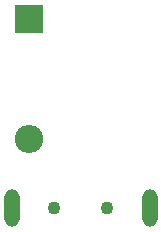
<source format=gbs>
G04 #@! TF.GenerationSoftware,KiCad,Pcbnew,8.0.0*
G04 #@! TF.CreationDate,2024-06-27T16:52:22+02:00*
G04 #@! TF.ProjectId,BatteryBridge,42617474-6572-4794-9272-696467652e6b,rev?*
G04 #@! TF.SameCoordinates,Original*
G04 #@! TF.FileFunction,Soldermask,Bot*
G04 #@! TF.FilePolarity,Negative*
%FSLAX46Y46*%
G04 Gerber Fmt 4.6, Leading zero omitted, Abs format (unit mm)*
G04 Created by KiCad (PCBNEW 8.0.0) date 2024-06-27 16:52:22*
%MOMM*%
%LPD*%
G01*
G04 APERTURE LIST*
%ADD10R,2.400000X2.400000*%
%ADD11O,2.400000X2.400000*%
%ADD12C,1.100000*%
%ADD13O,1.300000X3.200000*%
G04 APERTURE END LIST*
D10*
X75700000Y-70670000D03*
D11*
X75700000Y-80830000D03*
D12*
X82351000Y-86614000D03*
X77851000Y-86614000D03*
D13*
X85951000Y-86614000D03*
X74251000Y-86614000D03*
M02*

</source>
